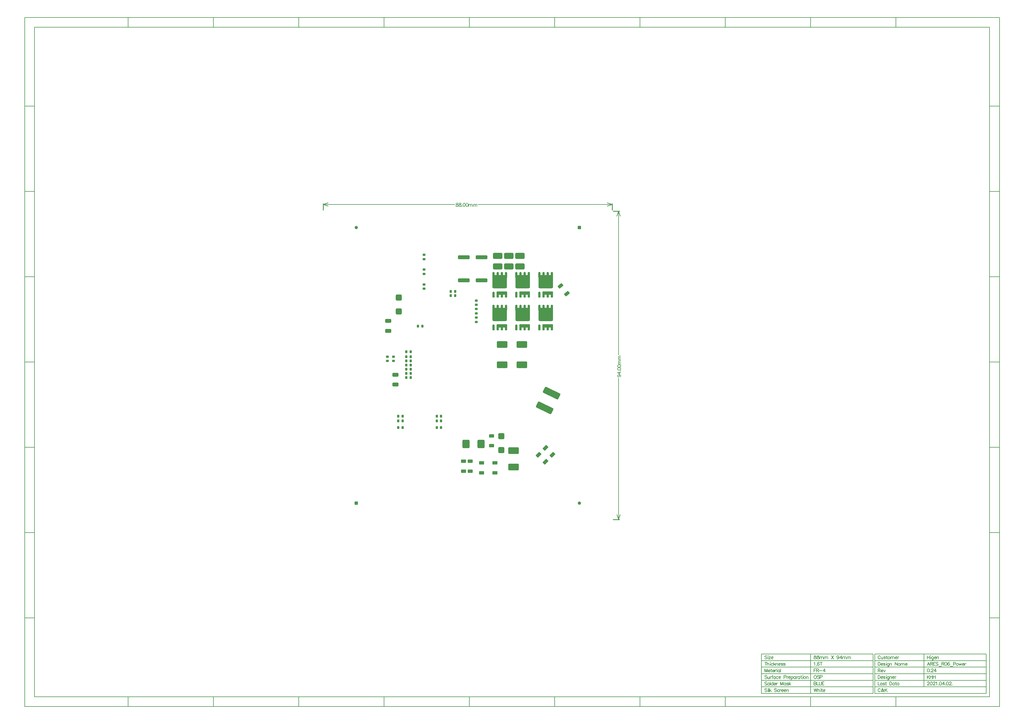
<source format=gbp>
G04 Layer_Color=128*
%FSLAX44Y44*%
%MOMM*%
G71*
G01*
G75*
G04:AMPARAMS|DCode=18|XSize=0.8mm|YSize=0.7mm|CornerRadius=0.0875mm|HoleSize=0mm|Usage=FLASHONLY|Rotation=0.000|XOffset=0mm|YOffset=0mm|HoleType=Round|Shape=RoundedRectangle|*
%AMROUNDEDRECTD18*
21,1,0.8000,0.5250,0,0,0.0*
21,1,0.6250,0.7000,0,0,0.0*
1,1,0.1750,0.3125,-0.2625*
1,1,0.1750,-0.3125,-0.2625*
1,1,0.1750,-0.3125,0.2625*
1,1,0.1750,0.3125,0.2625*
%
%ADD18ROUNDEDRECTD18*%
G04:AMPARAMS|DCode=26|XSize=1.8mm|YSize=1.15mm|CornerRadius=0.1437mm|HoleSize=0mm|Usage=FLASHONLY|Rotation=180.000|XOffset=0mm|YOffset=0mm|HoleType=Round|Shape=RoundedRectangle|*
%AMROUNDEDRECTD26*
21,1,1.8000,0.8625,0,0,180.0*
21,1,1.5125,1.1500,0,0,180.0*
1,1,0.2875,-0.7562,0.4313*
1,1,0.2875,0.7562,0.4313*
1,1,0.2875,0.7562,-0.4313*
1,1,0.2875,-0.7562,-0.4313*
%
%ADD26ROUNDEDRECTD26*%
G04:AMPARAMS|DCode=27|XSize=1.8mm|YSize=2.8mm|CornerRadius=0.225mm|HoleSize=0mm|Usage=FLASHONLY|Rotation=90.000|XOffset=0mm|YOffset=0mm|HoleType=Round|Shape=RoundedRectangle|*
%AMROUNDEDRECTD27*
21,1,1.8000,2.3500,0,0,90.0*
21,1,1.3500,2.8000,0,0,90.0*
1,1,0.4500,1.1750,0.6750*
1,1,0.4500,1.1750,-0.6750*
1,1,0.4500,-1.1750,-0.6750*
1,1,0.4500,-1.1750,0.6750*
%
%ADD27ROUNDEDRECTD27*%
%ADD35C,1.0000*%
G04:AMPARAMS|DCode=36|XSize=1mm|YSize=1mm|CornerRadius=0.05mm|HoleSize=0mm|Usage=FLASHONLY|Rotation=180.000|XOffset=0mm|YOffset=0mm|HoleType=Round|Shape=RoundedRectangle|*
%AMROUNDEDRECTD36*
21,1,1.0000,0.9000,0,0,180.0*
21,1,0.9000,1.0000,0,0,180.0*
1,1,0.1000,-0.4500,0.4500*
1,1,0.1000,0.4500,0.4500*
1,1,0.1000,0.4500,-0.4500*
1,1,0.1000,-0.4500,-0.4500*
%
%ADD36ROUNDEDRECTD36*%
G04:AMPARAMS|DCode=37|XSize=1.6mm|YSize=1mm|CornerRadius=0.125mm|HoleSize=0mm|Usage=FLASHONLY|Rotation=220.000|XOffset=0mm|YOffset=0mm|HoleType=Round|Shape=RoundedRectangle|*
%AMROUNDEDRECTD37*
21,1,1.6000,0.7500,0,0,220.0*
21,1,1.3500,1.0000,0,0,220.0*
1,1,0.2500,-0.7581,-0.1466*
1,1,0.2500,0.2760,0.7211*
1,1,0.2500,0.7581,0.1466*
1,1,0.2500,-0.2760,-0.7211*
%
%ADD37ROUNDEDRECTD37*%
G04:AMPARAMS|DCode=40|XSize=0.8mm|YSize=0.7mm|CornerRadius=0.0875mm|HoleSize=0mm|Usage=FLASHONLY|Rotation=270.000|XOffset=0mm|YOffset=0mm|HoleType=Round|Shape=RoundedRectangle|*
%AMROUNDEDRECTD40*
21,1,0.8000,0.5250,0,0,270.0*
21,1,0.6250,0.7000,0,0,270.0*
1,1,0.1750,-0.2625,-0.3125*
1,1,0.1750,-0.2625,0.3125*
1,1,0.1750,0.2625,0.3125*
1,1,0.1750,0.2625,-0.3125*
%
%ADD40ROUNDEDRECTD40*%
%ADD53C,0.2540*%
%ADD54C,0.1270*%
%ADD55C,0.1500*%
G04:AMPARAMS|DCode=64|XSize=1.6mm|YSize=1mm|CornerRadius=0.125mm|HoleSize=0mm|Usage=FLASHONLY|Rotation=180.000|XOffset=0mm|YOffset=0mm|HoleType=Round|Shape=RoundedRectangle|*
%AMROUNDEDRECTD64*
21,1,1.6000,0.7500,0,0,180.0*
21,1,1.3500,1.0000,0,0,180.0*
1,1,0.2500,-0.6750,0.3750*
1,1,0.2500,0.6750,0.3750*
1,1,0.2500,0.6750,-0.3750*
1,1,0.2500,-0.6750,-0.3750*
%
%ADD64ROUNDEDRECTD64*%
G04:AMPARAMS|DCode=65|XSize=3.5mm|YSize=1.2mm|CornerRadius=0.15mm|HoleSize=0mm|Usage=FLASHONLY|Rotation=180.000|XOffset=0mm|YOffset=0mm|HoleType=Round|Shape=RoundedRectangle|*
%AMROUNDEDRECTD65*
21,1,3.5000,0.9000,0,0,180.0*
21,1,3.2000,1.2000,0,0,180.0*
1,1,0.3000,-1.6000,0.4500*
1,1,0.3000,1.6000,0.4500*
1,1,0.3000,1.6000,-0.4500*
1,1,0.3000,-1.6000,-0.4500*
%
%ADD65ROUNDEDRECTD65*%
G04:AMPARAMS|DCode=66|XSize=2mm|YSize=3.2mm|CornerRadius=0.25mm|HoleSize=0mm|Usage=FLASHONLY|Rotation=90.000|XOffset=0mm|YOffset=0mm|HoleType=Round|Shape=RoundedRectangle|*
%AMROUNDEDRECTD66*
21,1,2.0000,2.7000,0,0,90.0*
21,1,1.5000,3.2000,0,0,90.0*
1,1,0.5000,1.3500,0.7500*
1,1,0.5000,1.3500,-0.7500*
1,1,0.5000,-1.3500,-0.7500*
1,1,0.5000,-1.3500,0.7500*
%
%ADD66ROUNDEDRECTD66*%
G04:AMPARAMS|DCode=67|XSize=2mm|YSize=5.2mm|CornerRadius=0.3mm|HoleSize=0mm|Usage=FLASHONLY|Rotation=244.000|XOffset=0mm|YOffset=0mm|HoleType=Round|Shape=RoundedRectangle|*
%AMROUNDEDRECTD67*
21,1,2.0000,4.6000,0,0,244.0*
21,1,1.4000,5.2000,0,0,244.0*
1,1,0.6000,-2.3741,0.3791*
1,1,0.6000,-1.7604,1.6374*
1,1,0.6000,2.3741,-0.3791*
1,1,0.6000,1.7604,-1.6374*
%
%ADD67ROUNDEDRECTD67*%
G04:AMPARAMS|DCode=68|XSize=2.159mm|YSize=2.54mm|CornerRadius=0.2699mm|HoleSize=0mm|Usage=FLASHONLY|Rotation=0.000|XOffset=0mm|YOffset=0mm|HoleType=Round|Shape=RoundedRectangle|*
%AMROUNDEDRECTD68*
21,1,2.1590,2.0002,0,0,0.0*
21,1,1.6193,2.5400,0,0,0.0*
1,1,0.5397,0.8096,-1.0001*
1,1,0.5397,-0.8096,-1.0001*
1,1,0.5397,-0.8096,1.0001*
1,1,0.5397,0.8096,1.0001*
%
%ADD68ROUNDEDRECTD68*%
G04:AMPARAMS|DCode=69|XSize=1.8mm|YSize=1.8mm|CornerRadius=0.225mm|HoleSize=0mm|Usage=FLASHONLY|Rotation=270.000|XOffset=0mm|YOffset=0mm|HoleType=Round|Shape=RoundedRectangle|*
%AMROUNDEDRECTD69*
21,1,1.8000,1.3500,0,0,270.0*
21,1,1.3500,1.8000,0,0,270.0*
1,1,0.4500,-0.6750,-0.6750*
1,1,0.4500,-0.6750,0.6750*
1,1,0.4500,0.6750,0.6750*
1,1,0.4500,0.6750,-0.6750*
%
%ADD69ROUNDEDRECTD69*%
G04:AMPARAMS|DCode=70|XSize=3.175mm|YSize=1mm|CornerRadius=0.1mm|HoleSize=0mm|Usage=FLASHONLY|Rotation=180.000|XOffset=0mm|YOffset=0mm|HoleType=Round|Shape=RoundedRectangle|*
%AMROUNDEDRECTD70*
21,1,3.1750,0.8000,0,0,180.0*
21,1,2.9750,1.0000,0,0,180.0*
1,1,0.2000,-1.4875,0.4000*
1,1,0.2000,1.4875,0.4000*
1,1,0.2000,1.4875,-0.4000*
1,1,0.2000,-1.4875,-0.4000*
%
%ADD70ROUNDEDRECTD70*%
G04:AMPARAMS|DCode=71|XSize=4.445mm|YSize=4mm|CornerRadius=0.4mm|HoleSize=0mm|Usage=FLASHONLY|Rotation=180.000|XOffset=0mm|YOffset=0mm|HoleType=Round|Shape=RoundedRectangle|*
%AMROUNDEDRECTD71*
21,1,4.4450,3.2000,0,0,180.0*
21,1,3.6450,4.0000,0,0,180.0*
1,1,0.8000,-1.8225,1.6000*
1,1,0.8000,1.8225,1.6000*
1,1,0.8000,1.8225,-1.6000*
1,1,0.8000,-1.8225,-1.6000*
%
%ADD71ROUNDEDRECTD71*%
G04:AMPARAMS|DCode=72|XSize=0.635mm|YSize=1.778mm|CornerRadius=0.1588mm|HoleSize=0mm|Usage=FLASHONLY|Rotation=180.000|XOffset=0mm|YOffset=0mm|HoleType=Round|Shape=RoundedRectangle|*
%AMROUNDEDRECTD72*
21,1,0.6350,1.4605,0,0,180.0*
21,1,0.3175,1.7780,0,0,180.0*
1,1,0.3175,-0.1588,0.7302*
1,1,0.3175,0.1588,0.7302*
1,1,0.3175,0.1588,-0.7302*
1,1,0.3175,-0.1588,-0.7302*
%
%ADD72ROUNDEDRECTD72*%
G04:AMPARAMS|DCode=73|XSize=1.6mm|YSize=1mm|CornerRadius=0.125mm|HoleSize=0mm|Usage=FLASHONLY|Rotation=45.000|XOffset=0mm|YOffset=0mm|HoleType=Round|Shape=RoundedRectangle|*
%AMROUNDEDRECTD73*
21,1,1.6000,0.7500,0,0,45.0*
21,1,1.3500,1.0000,0,0,45.0*
1,1,0.2500,0.7425,0.2121*
1,1,0.2500,-0.2121,-0.7425*
1,1,0.2500,-0.7425,-0.2121*
1,1,0.2500,0.2121,0.7425*
%
%ADD73ROUNDEDRECTD73*%
G04:AMPARAMS|DCode=74|XSize=2mm|YSize=3.15mm|CornerRadius=0.2mm|HoleSize=0mm|Usage=FLASHONLY|Rotation=90.000|XOffset=0mm|YOffset=0mm|HoleType=Round|Shape=RoundedRectangle|*
%AMROUNDEDRECTD74*
21,1,2.0000,2.7500,0,0,90.0*
21,1,1.6000,3.1500,0,0,90.0*
1,1,0.4000,1.3750,0.8000*
1,1,0.4000,1.3750,-0.8000*
1,1,0.4000,-1.3750,-0.8000*
1,1,0.4000,-1.3750,0.8000*
%
%ADD74ROUNDEDRECTD74*%
D18*
X-245000Y26050D02*
D03*
Y13050D02*
D03*
X-133000Y246500D02*
D03*
Y233500D02*
D03*
Y336500D02*
D03*
Y323500D02*
D03*
Y291500D02*
D03*
Y278500D02*
D03*
X-226250Y26000D02*
D03*
Y13000D02*
D03*
X26000Y197250D02*
D03*
Y184250D02*
D03*
Y158250D02*
D03*
Y171250D02*
D03*
Y145250D02*
D03*
Y132250D02*
D03*
D26*
X-242500Y105000D02*
D03*
Y135000D02*
D03*
X-220000Y-28750D02*
D03*
Y-58750D02*
D03*
D27*
X125000Y333500D02*
D03*
Y301500D02*
D03*
X91250Y333500D02*
D03*
Y301500D02*
D03*
X158750Y333500D02*
D03*
Y301500D02*
D03*
D35*
X340000Y-420000D02*
D03*
X-340000Y420000D02*
D03*
D36*
Y-420000D02*
D03*
X340000Y420000D02*
D03*
D37*
X282858Y241491D02*
D03*
X302141Y218510D02*
D03*
D40*
X-81000Y-170000D02*
D03*
X-94000D02*
D03*
Y-155000D02*
D03*
X-81000D02*
D03*
Y-190000D02*
D03*
X-94000D02*
D03*
X-198500D02*
D03*
X-211500D02*
D03*
Y-155000D02*
D03*
X-198500D02*
D03*
Y-170000D02*
D03*
X-211500D02*
D03*
X-187000Y41000D02*
D03*
X-174000D02*
D03*
X-187000Y25800D02*
D03*
X-174000D02*
D03*
Y13100D02*
D03*
X-187000D02*
D03*
X-187000Y400D02*
D03*
X-174000D02*
D03*
X-187000Y-12300D02*
D03*
X-174000D02*
D03*
X-187000Y-25000D02*
D03*
X-174000D02*
D03*
X-187000Y-37700D02*
D03*
X-174000D02*
D03*
X-138500Y118750D02*
D03*
X-151500D02*
D03*
X-38501Y212500D02*
D03*
X-51501D02*
D03*
X-51500Y225000D02*
D03*
X-38500D02*
D03*
D53*
X443040Y-470000D02*
X462540D01*
X443040Y470000D02*
X462540D01*
X440000Y473040D02*
Y492540D01*
X-440000Y473040D02*
Y492540D01*
D54*
X460000Y-470000D02*
Y-39545D01*
Y31925D02*
Y470000D01*
Y-470000D02*
X465080Y-454760D01*
X454920D02*
X460000Y-470000D01*
X454920Y454760D02*
X460000Y470000D01*
X465080Y454760D01*
X31925Y490000D02*
X440000D01*
X-440000D02*
X-39545D01*
X424760Y495080D02*
X440000Y490000D01*
X424760Y484920D02*
X440000Y490000D01*
X-440000D02*
X-424760Y484920D01*
X-440000Y490000D02*
X-424760Y495080D01*
X459577Y-29446D02*
X461028Y-29930D01*
X461996Y-30898D01*
X462479Y-32349D01*
Y-32832D01*
X461996Y-34283D01*
X461028Y-35251D01*
X459577Y-35735D01*
X459093D01*
X457642Y-35251D01*
X456675Y-34283D01*
X456191Y-32832D01*
Y-32349D01*
X456675Y-30898D01*
X457642Y-29930D01*
X459577Y-29446D01*
X461996D01*
X464414Y-29930D01*
X465865Y-30898D01*
X466349Y-32349D01*
Y-33316D01*
X465865Y-34767D01*
X464898Y-35251D01*
X456191Y-21852D02*
X462963Y-26689D01*
Y-19434D01*
X456191Y-21852D02*
X466349D01*
X465382Y-17160D02*
X465865Y-17644D01*
X466349Y-17160D01*
X465865Y-16677D01*
X465382Y-17160D01*
X456191Y-11549D02*
X456675Y-13000D01*
X458126Y-13968D01*
X460544Y-14452D01*
X461996D01*
X464414Y-13968D01*
X465865Y-13000D01*
X466349Y-11549D01*
Y-10582D01*
X465865Y-9131D01*
X464414Y-8163D01*
X461996Y-7680D01*
X460544D01*
X458126Y-8163D01*
X456675Y-9131D01*
X456191Y-10582D01*
Y-11549D01*
Y-2504D02*
X456675Y-3955D01*
X458126Y-4922D01*
X460544Y-5406D01*
X461996D01*
X464414Y-4922D01*
X465865Y-3955D01*
X466349Y-2504D01*
Y-1537D01*
X465865Y-86D01*
X464414Y882D01*
X461996Y1366D01*
X460544D01*
X458126Y882D01*
X456675Y-86D01*
X456191Y-1537D01*
Y-2504D01*
X459577Y3639D02*
X466349D01*
X461512D02*
X460061Y5090D01*
X459577Y6058D01*
Y7509D01*
X460061Y8476D01*
X461512Y8960D01*
X466349D01*
X461512D02*
X460061Y10411D01*
X459577Y11378D01*
Y12830D01*
X460061Y13797D01*
X461512Y14281D01*
X466349D01*
X459577Y17473D02*
X466349D01*
X461512D02*
X460061Y18924D01*
X459577Y19892D01*
Y21343D01*
X460061Y22310D01*
X461512Y22794D01*
X466349D01*
X461512D02*
X460061Y24245D01*
X459577Y25212D01*
Y26663D01*
X460061Y27631D01*
X461512Y28115D01*
X466349D01*
X-33316Y493809D02*
X-34767Y493325D01*
X-35251Y492358D01*
Y491390D01*
X-34767Y490423D01*
X-33800Y489939D01*
X-31865Y489456D01*
X-30414Y488972D01*
X-29446Y488004D01*
X-28963Y487037D01*
Y485586D01*
X-29446Y484618D01*
X-29930Y484135D01*
X-31381Y483651D01*
X-33316D01*
X-34767Y484135D01*
X-35251Y484618D01*
X-35735Y485586D01*
Y487037D01*
X-35251Y488004D01*
X-34283Y488972D01*
X-32832Y489456D01*
X-30898Y489939D01*
X-29930Y490423D01*
X-29446Y491390D01*
Y492358D01*
X-29930Y493325D01*
X-31381Y493809D01*
X-33316D01*
X-24271D02*
X-25722Y493325D01*
X-26206Y492358D01*
Y491390D01*
X-25722Y490423D01*
X-24755Y489939D01*
X-22820Y489456D01*
X-21369Y488972D01*
X-20401Y488004D01*
X-19917Y487037D01*
Y485586D01*
X-20401Y484618D01*
X-20885Y484135D01*
X-22336Y483651D01*
X-24271D01*
X-25722Y484135D01*
X-26206Y484618D01*
X-26689Y485586D01*
Y487037D01*
X-26206Y488004D01*
X-25238Y488972D01*
X-23787Y489456D01*
X-21852Y489939D01*
X-20885Y490423D01*
X-20401Y491390D01*
Y492358D01*
X-20885Y493325D01*
X-22336Y493809D01*
X-24271D01*
X-17160Y484618D02*
X-17644Y484135D01*
X-17160Y483651D01*
X-16677Y484135D01*
X-17160Y484618D01*
X-11549Y493809D02*
X-13000Y493325D01*
X-13968Y491874D01*
X-14452Y489456D01*
Y488004D01*
X-13968Y485586D01*
X-13000Y484135D01*
X-11549Y483651D01*
X-10582D01*
X-9131Y484135D01*
X-8163Y485586D01*
X-7680Y488004D01*
Y489456D01*
X-8163Y491874D01*
X-9131Y493325D01*
X-10582Y493809D01*
X-11549D01*
X-2504D02*
X-3955Y493325D01*
X-4922Y491874D01*
X-5406Y489456D01*
Y488004D01*
X-4922Y485586D01*
X-3955Y484135D01*
X-2504Y483651D01*
X-1537D01*
X-86Y484135D01*
X882Y485586D01*
X1366Y488004D01*
Y489456D01*
X882Y491874D01*
X-86Y493325D01*
X-1537Y493809D01*
X-2504D01*
X3639Y490423D02*
Y483651D01*
Y488488D02*
X5090Y489939D01*
X6058Y490423D01*
X7509D01*
X8476Y489939D01*
X8960Y488488D01*
Y483651D01*
Y488488D02*
X10411Y489939D01*
X11378Y490423D01*
X12830D01*
X13797Y489939D01*
X14281Y488488D01*
Y483651D01*
X17473Y490423D02*
Y483651D01*
Y488488D02*
X18924Y489939D01*
X19892Y490423D01*
X21343D01*
X22310Y489939D01*
X22794Y488488D01*
Y483651D01*
Y488488D02*
X24245Y489939D01*
X25212Y490423D01*
X26663D01*
X27631Y489939D01*
X28115Y488488D01*
Y483651D01*
D55*
X-1320000Y-1010000D02*
Y1030000D01*
X1590000D01*
Y-1010000D02*
Y1030000D01*
X-1320000Y-1010000D02*
X1590000D01*
X-1350000Y-1040000D02*
X1620000D01*
X-1350000Y1060000D02*
X1620000D01*
X-1350000Y-1040000D02*
Y1060000D01*
Y530000D02*
X-1320000D01*
X-1350000Y530000D02*
X-1320000D01*
X-1350000Y790000D02*
X-1320000D01*
X-1350000D02*
X-1320000D01*
X5000Y-1040000D02*
Y-1010000D01*
X5000Y-1040000D02*
Y-1010000D01*
X-775000Y1030000D02*
Y1060000D01*
X-515000Y1030000D02*
Y1060000D01*
X-775000Y1030000D02*
Y1060000D01*
X-1035000Y1030000D02*
Y1060000D01*
X-1035000Y1030000D02*
Y1060000D01*
X5000Y1030000D02*
Y1060000D01*
X5000Y1030000D02*
Y1060000D01*
X-255000Y1030000D02*
Y1060000D01*
Y1030000D02*
Y1060000D01*
X-515000Y1030000D02*
Y1060000D01*
X1620000Y-1040000D02*
Y1060000D01*
X1590000Y790000D02*
X1620000D01*
X1590000D02*
X1620000D01*
X1590000Y530000D02*
X1620000D01*
X1590000Y530000D02*
X1620000D01*
X1590000Y270000D02*
X1620000D01*
X1590000D02*
X1620000D01*
X1590000Y10000D02*
X1620000D01*
X1590000D02*
X1620000D01*
X1590000Y-250000D02*
X1620000D01*
X1590000D02*
X1620000D01*
X1590000Y-510000D02*
X1620000D01*
X1590000Y-510000D02*
X1620000D01*
X1590000Y-770000D02*
X1620000D01*
X1590000D02*
X1620000D01*
X265000Y-1040000D02*
Y-1010000D01*
Y-1040000D02*
Y-1010000D01*
X525000Y-1040000D02*
Y-1010000D01*
Y-1040000D02*
Y-1010000D01*
X785000Y-1040000D02*
Y-1010000D01*
Y-1040000D02*
Y-1010000D01*
X1045000Y-1040000D02*
Y-1010000D01*
X1045000Y-1040000D02*
Y-1010000D01*
X1305000Y-1040000D02*
Y-1010000D01*
Y-1040000D02*
Y-1010000D01*
Y1030000D02*
Y1060000D01*
Y1030000D02*
Y1060000D01*
X1045000Y1030000D02*
Y1060000D01*
X1045000Y1030000D02*
Y1060000D01*
X785000Y1030000D02*
Y1060000D01*
Y1030000D02*
Y1060000D01*
X525000Y1030000D02*
Y1060000D01*
Y1030000D02*
Y1060000D01*
X265000Y1030000D02*
Y1060000D01*
Y1030000D02*
Y1060000D01*
X1240000Y-900000D02*
X1580000D01*
X1240000Y-920000D02*
X1580000D01*
X1240000Y-940000D02*
X1580000D01*
X1240000Y-960000D02*
X1580000D01*
X1240000Y-980000D02*
X1580000D01*
X1240000Y-1000000D02*
X1580000D01*
X1390000Y-980000D02*
Y-880000D01*
X1580000Y-1000000D02*
Y-880000D01*
X1240000D02*
X1580000D01*
X1240000Y-1000000D02*
Y-880000D01*
X-1350000Y-770000D02*
X-1320000D01*
X-1350000D02*
X-1320000D01*
X-1350000Y-510000D02*
X-1320000D01*
X-1350000Y-510000D02*
X-1320000D01*
X-1350000Y-250000D02*
X-1320000D01*
X-1350000D02*
X-1320000D01*
X-1350000Y10000D02*
X-1320000D01*
X-1350000D02*
X-1320000D01*
X-1350000Y270000D02*
X-1320000D01*
X-1350000D02*
X-1320000D01*
X-515000Y-1040000D02*
Y-1010000D01*
X-255000Y-1040000D02*
Y-1010000D01*
Y-1040000D02*
Y-1010000D01*
X-1035000Y-1040000D02*
Y-1010000D01*
X-1035000Y-1040000D02*
Y-1010000D01*
X-775000Y-1040000D02*
Y-1010000D01*
X-515000Y-1040000D02*
Y-1010000D01*
X-775000Y-1040000D02*
Y-1010000D01*
X895000Y-900000D02*
X1235000D01*
X895000Y-920000D02*
X1235000D01*
X895000Y-940000D02*
X1235000D01*
X895000Y-960000D02*
X1235000D01*
X895000Y-980000D02*
X1235000D01*
X895000Y-1000000D02*
X1235000D01*
X1045000D02*
Y-880000D01*
X1235000Y-1000000D02*
Y-880000D01*
X895000D02*
X1235000D01*
X895000Y-1000000D02*
Y-880000D01*
X1257141Y-987383D02*
X1256665Y-986430D01*
X1255713Y-985478D01*
X1254761Y-985002D01*
X1252857D01*
X1251904Y-985478D01*
X1250952Y-986430D01*
X1250476Y-987383D01*
X1250000Y-988811D01*
Y-991191D01*
X1250476Y-992619D01*
X1250952Y-993572D01*
X1251904Y-994524D01*
X1252857Y-995000D01*
X1254761D01*
X1255713Y-994524D01*
X1256665Y-993572D01*
X1257141Y-992619D01*
X1268520Y-988811D02*
X1268044Y-989287D01*
X1268520Y-989763D01*
X1268996Y-989287D01*
Y-988811D01*
X1268520Y-988335D01*
X1268044D01*
X1267568Y-988811D01*
X1267092Y-989763D01*
X1266139Y-992143D01*
X1265187Y-993572D01*
X1264235Y-994524D01*
X1263283Y-995000D01*
X1261855D01*
X1260426Y-994524D01*
X1259950Y-993572D01*
Y-992143D01*
X1260426Y-991191D01*
X1263283Y-989287D01*
X1264235Y-988335D01*
X1264711Y-987383D01*
Y-986430D01*
X1264235Y-985478D01*
X1263283Y-985002D01*
X1262331Y-985478D01*
X1261855Y-986430D01*
Y-987383D01*
X1262331Y-988811D01*
X1263283Y-990239D01*
X1265663Y-993572D01*
X1266616Y-994524D01*
X1268044Y-995000D01*
X1268520D01*
X1268996Y-994524D01*
Y-994048D01*
X1261855Y-995000D02*
X1260902Y-994524D01*
X1260426Y-993572D01*
Y-992143D01*
X1260902Y-991191D01*
X1261855Y-990239D01*
Y-987383D02*
X1262331Y-988335D01*
X1266139Y-993572D01*
X1267092Y-994524D01*
X1268044Y-995000D01*
X1271472Y-985002D02*
Y-995000D01*
X1278137Y-985002D02*
X1271472Y-991667D01*
X1273852Y-989287D02*
X1278137Y-995000D01*
X1400476Y-967383D02*
Y-966907D01*
X1400952Y-965954D01*
X1401428Y-965478D01*
X1402380Y-965002D01*
X1404285D01*
X1405237Y-965478D01*
X1405713Y-965954D01*
X1406189Y-966907D01*
Y-967859D01*
X1405713Y-968811D01*
X1404761Y-970239D01*
X1400000Y-975000D01*
X1406665D01*
X1411759Y-965002D02*
X1410331Y-965478D01*
X1409379Y-966907D01*
X1408903Y-969287D01*
Y-970715D01*
X1409379Y-973096D01*
X1410331Y-974524D01*
X1411759Y-975000D01*
X1412712D01*
X1414140Y-974524D01*
X1415092Y-973096D01*
X1415568Y-970715D01*
Y-969287D01*
X1415092Y-966907D01*
X1414140Y-965478D01*
X1412712Y-965002D01*
X1411759D01*
X1418282Y-967383D02*
Y-966907D01*
X1418758Y-965954D01*
X1419234Y-965478D01*
X1420186Y-965002D01*
X1422090D01*
X1423043Y-965478D01*
X1423519Y-965954D01*
X1423995Y-966907D01*
Y-967859D01*
X1423519Y-968811D01*
X1422567Y-970239D01*
X1417806Y-975000D01*
X1424471D01*
X1426709Y-966907D02*
X1427661Y-966430D01*
X1429089Y-965002D01*
Y-975000D01*
X1434516Y-974048D02*
X1434040Y-974524D01*
X1434516Y-975000D01*
X1434993Y-974524D01*
X1434516Y-974048D01*
X1440039Y-965002D02*
X1438611Y-965478D01*
X1437659Y-966907D01*
X1437182Y-969287D01*
Y-970715D01*
X1437659Y-973096D01*
X1438611Y-974524D01*
X1440039Y-975000D01*
X1440991D01*
X1442419Y-974524D01*
X1443372Y-973096D01*
X1443848Y-970715D01*
Y-969287D01*
X1443372Y-966907D01*
X1442419Y-965478D01*
X1440991Y-965002D01*
X1440039D01*
X1450846D02*
X1446085Y-971667D01*
X1453227D01*
X1450846Y-965002D02*
Y-975000D01*
X1455464Y-974048D02*
X1454988Y-974524D01*
X1455464Y-975000D01*
X1455940Y-974524D01*
X1455464Y-974048D01*
X1460987Y-965002D02*
X1459559Y-965478D01*
X1458607Y-966907D01*
X1458130Y-969287D01*
Y-970715D01*
X1458607Y-973096D01*
X1459559Y-974524D01*
X1460987Y-975000D01*
X1461939D01*
X1463367Y-974524D01*
X1464319Y-973096D01*
X1464796Y-970715D01*
Y-969287D01*
X1464319Y-966907D01*
X1463367Y-965478D01*
X1461939Y-965002D01*
X1460987D01*
X1467509Y-967383D02*
Y-966907D01*
X1467985Y-965954D01*
X1468461Y-965478D01*
X1469414Y-965002D01*
X1471318D01*
X1472270Y-965478D01*
X1472746Y-965954D01*
X1473222Y-966907D01*
Y-967859D01*
X1472746Y-968811D01*
X1471794Y-970239D01*
X1467033Y-975000D01*
X1473698D01*
X1476412Y-974048D02*
X1475936Y-974524D01*
X1476412Y-975000D01*
X1476888Y-974524D01*
X1476412Y-974048D01*
X1400000Y-945002D02*
Y-955000D01*
X1406665Y-945002D02*
X1400000Y-951667D01*
X1402380Y-949287D02*
X1406665Y-955000D01*
X1408903Y-945002D02*
Y-955000D01*
X1415568Y-945002D02*
Y-955000D01*
X1408903Y-949763D02*
X1415568D01*
X1418329Y-945002D02*
Y-955000D01*
X1424995Y-945002D02*
Y-955000D01*
X1418329Y-949763D02*
X1424995D01*
X1402856Y-925002D02*
X1401428Y-925478D01*
X1400476Y-926907D01*
X1400000Y-929287D01*
Y-930715D01*
X1400476Y-933096D01*
X1401428Y-934524D01*
X1402856Y-935000D01*
X1403809D01*
X1405237Y-934524D01*
X1406189Y-933096D01*
X1406665Y-930715D01*
Y-929287D01*
X1406189Y-926907D01*
X1405237Y-925478D01*
X1403809Y-925002D01*
X1402856D01*
X1409379Y-934048D02*
X1408903Y-934524D01*
X1409379Y-935000D01*
X1409855Y-934524D01*
X1409379Y-934048D01*
X1412521Y-927383D02*
Y-926907D01*
X1412997Y-925954D01*
X1413473Y-925478D01*
X1414426Y-925002D01*
X1416330D01*
X1417282Y-925478D01*
X1417758Y-925954D01*
X1418234Y-926907D01*
Y-927859D01*
X1417758Y-928811D01*
X1416806Y-930239D01*
X1412045Y-935000D01*
X1418710D01*
X1425709Y-925002D02*
X1420948Y-931667D01*
X1428089D01*
X1425709Y-925002D02*
Y-935000D01*
X1407617Y-915000D02*
X1403809Y-905002D01*
X1400000Y-915000D01*
X1401428Y-911667D02*
X1406189D01*
X1409950Y-905002D02*
Y-915000D01*
Y-905002D02*
X1414235D01*
X1415663Y-905478D01*
X1416139Y-905954D01*
X1416615Y-906907D01*
Y-907859D01*
X1416139Y-908811D01*
X1415663Y-909287D01*
X1414235Y-909763D01*
X1409950D01*
X1413283D02*
X1416615Y-915000D01*
X1425042Y-905002D02*
X1418853D01*
Y-915000D01*
X1425042D01*
X1418853Y-909763D02*
X1422662D01*
X1433374Y-906430D02*
X1432422Y-905478D01*
X1430993Y-905002D01*
X1429089D01*
X1427661Y-905478D01*
X1426709Y-906430D01*
Y-907383D01*
X1427185Y-908335D01*
X1427661Y-908811D01*
X1428613Y-909287D01*
X1431470Y-910239D01*
X1432422Y-910715D01*
X1432898Y-911191D01*
X1433374Y-912143D01*
Y-913572D01*
X1432422Y-914524D01*
X1430993Y-915000D01*
X1429089D01*
X1427661Y-914524D01*
X1426709Y-913572D01*
X1435611Y-918333D02*
X1443229D01*
X1444514Y-905002D02*
Y-915000D01*
Y-905002D02*
X1448799D01*
X1450227Y-905478D01*
X1450703Y-905954D01*
X1451180Y-906907D01*
Y-907859D01*
X1450703Y-908811D01*
X1450227Y-909287D01*
X1448799Y-909763D01*
X1444514D01*
X1447847D02*
X1451180Y-915000D01*
X1456274Y-905002D02*
X1454845Y-905478D01*
X1453893Y-906907D01*
X1453417Y-909287D01*
Y-910715D01*
X1453893Y-913096D01*
X1454845Y-914524D01*
X1456274Y-915000D01*
X1457226D01*
X1458654Y-914524D01*
X1459606Y-913096D01*
X1460082Y-910715D01*
Y-909287D01*
X1459606Y-906907D01*
X1458654Y-905478D01*
X1457226Y-905002D01*
X1456274D01*
X1468033Y-906430D02*
X1467557Y-905478D01*
X1466129Y-905002D01*
X1465177D01*
X1463748Y-905478D01*
X1462796Y-906907D01*
X1462320Y-909287D01*
Y-911667D01*
X1462796Y-913572D01*
X1463748Y-914524D01*
X1465177Y-915000D01*
X1465653D01*
X1467081Y-914524D01*
X1468033Y-913572D01*
X1468509Y-912143D01*
Y-911667D01*
X1468033Y-910239D01*
X1467081Y-909287D01*
X1465653Y-908811D01*
X1465177D01*
X1463748Y-909287D01*
X1462796Y-910239D01*
X1462320Y-911667D01*
X1470699Y-918333D02*
X1478316D01*
X1479602Y-910239D02*
X1483887D01*
X1485315Y-909763D01*
X1485791Y-909287D01*
X1486267Y-908335D01*
Y-906907D01*
X1485791Y-905954D01*
X1485315Y-905478D01*
X1483887Y-905002D01*
X1479602D01*
Y-915000D01*
X1490885Y-908335D02*
X1489933Y-908811D01*
X1488981Y-909763D01*
X1488505Y-911191D01*
Y-912143D01*
X1488981Y-913572D01*
X1489933Y-914524D01*
X1490885Y-915000D01*
X1492314D01*
X1493266Y-914524D01*
X1494218Y-913572D01*
X1494694Y-912143D01*
Y-911191D01*
X1494218Y-909763D01*
X1493266Y-908811D01*
X1492314Y-908335D01*
X1490885D01*
X1496884D02*
X1498788Y-915000D01*
X1500693Y-908335D02*
X1498788Y-915000D01*
X1500693Y-908335D02*
X1502597Y-915000D01*
X1504501Y-908335D02*
X1502597Y-915000D01*
X1506834Y-911191D02*
X1512547D01*
Y-910239D01*
X1512071Y-909287D01*
X1511595Y-908811D01*
X1510643Y-908335D01*
X1509215D01*
X1508262Y-908811D01*
X1507310Y-909763D01*
X1506834Y-911191D01*
Y-912143D01*
X1507310Y-913572D01*
X1508262Y-914524D01*
X1509215Y-915000D01*
X1510643D01*
X1511595Y-914524D01*
X1512547Y-913572D01*
X1514690Y-908335D02*
Y-915000D01*
Y-911191D02*
X1515166Y-909763D01*
X1516118Y-908811D01*
X1517070Y-908335D01*
X1518498D01*
X1400000Y-885002D02*
Y-895000D01*
X1406665Y-885002D02*
Y-895000D01*
X1400000Y-889763D02*
X1406665D01*
X1410379Y-885002D02*
X1410855Y-885478D01*
X1411331Y-885002D01*
X1410855Y-884526D01*
X1410379Y-885002D01*
X1410855Y-888335D02*
Y-895000D01*
X1418806Y-888335D02*
Y-895952D01*
X1418329Y-897380D01*
X1417853Y-897857D01*
X1416901Y-898333D01*
X1415473D01*
X1414521Y-897857D01*
X1418806Y-889763D02*
X1417853Y-888811D01*
X1416901Y-888335D01*
X1415473D01*
X1414521Y-888811D01*
X1413569Y-889763D01*
X1413092Y-891191D01*
Y-892143D01*
X1413569Y-893572D01*
X1414521Y-894524D01*
X1415473Y-895000D01*
X1416901D01*
X1417853Y-894524D01*
X1418806Y-893572D01*
X1421472Y-891191D02*
X1427185D01*
Y-890239D01*
X1426709Y-889287D01*
X1426232Y-888811D01*
X1425280Y-888335D01*
X1423852D01*
X1422900Y-888811D01*
X1421948Y-889763D01*
X1421472Y-891191D01*
Y-892143D01*
X1421948Y-893572D01*
X1422900Y-894524D01*
X1423852Y-895000D01*
X1425280D01*
X1426232Y-894524D01*
X1427185Y-893572D01*
X1429327Y-888335D02*
Y-895000D01*
Y-890239D02*
X1430755Y-888811D01*
X1431707Y-888335D01*
X1433136D01*
X1434088Y-888811D01*
X1434564Y-890239D01*
Y-895000D01*
X1250000Y-965002D02*
Y-975000D01*
X1255713D01*
X1262521Y-968335D02*
Y-975000D01*
Y-969763D02*
X1261569Y-968811D01*
X1260617Y-968335D01*
X1259189D01*
X1258236Y-968811D01*
X1257284Y-969763D01*
X1256808Y-971191D01*
Y-972143D01*
X1257284Y-973572D01*
X1258236Y-974524D01*
X1259189Y-975000D01*
X1260617D01*
X1261569Y-974524D01*
X1262521Y-973572D01*
X1270424Y-969763D02*
X1269948Y-968811D01*
X1268520Y-968335D01*
X1267092D01*
X1265663Y-968811D01*
X1265187Y-969763D01*
X1265663Y-970715D01*
X1266616Y-971191D01*
X1268996Y-971667D01*
X1269948Y-972143D01*
X1270424Y-973096D01*
Y-973572D01*
X1269948Y-974524D01*
X1268520Y-975000D01*
X1267092D01*
X1265663Y-974524D01*
X1265187Y-973572D01*
X1273947Y-965002D02*
Y-973096D01*
X1274423Y-974524D01*
X1275376Y-975000D01*
X1276328D01*
X1272519Y-968335D02*
X1275852D01*
X1285611Y-965002D02*
Y-975000D01*
Y-965002D02*
X1288944D01*
X1290372Y-965478D01*
X1291324Y-966430D01*
X1291801Y-967383D01*
X1292277Y-968811D01*
Y-971191D01*
X1291801Y-972619D01*
X1291324Y-973572D01*
X1290372Y-974524D01*
X1288944Y-975000D01*
X1285611D01*
X1300227Y-968335D02*
Y-975000D01*
Y-969763D02*
X1299275Y-968811D01*
X1298323Y-968335D01*
X1296895D01*
X1295943Y-968811D01*
X1294990Y-969763D01*
X1294514Y-971191D01*
Y-972143D01*
X1294990Y-973572D01*
X1295943Y-974524D01*
X1296895Y-975000D01*
X1298323D01*
X1299275Y-974524D01*
X1300227Y-973572D01*
X1304322Y-965002D02*
Y-973096D01*
X1304798Y-974524D01*
X1305750Y-975000D01*
X1306702D01*
X1302893Y-968335D02*
X1306226D01*
X1313843D02*
Y-975000D01*
Y-969763D02*
X1312891Y-968811D01*
X1311939Y-968335D01*
X1310511D01*
X1309559Y-968811D01*
X1308607Y-969763D01*
X1308130Y-971191D01*
Y-972143D01*
X1308607Y-973572D01*
X1309559Y-974524D01*
X1310511Y-975000D01*
X1311939D01*
X1312891Y-974524D01*
X1313843Y-973572D01*
X1250000Y-945002D02*
Y-955000D01*
Y-945002D02*
X1253333D01*
X1254761Y-945478D01*
X1255713Y-946430D01*
X1256189Y-947383D01*
X1256665Y-948811D01*
Y-951191D01*
X1256189Y-952619D01*
X1255713Y-953572D01*
X1254761Y-954524D01*
X1253333Y-955000D01*
X1250000D01*
X1258903Y-951191D02*
X1264616D01*
Y-950239D01*
X1264140Y-949287D01*
X1263664Y-948811D01*
X1262711Y-948335D01*
X1261283D01*
X1260331Y-948811D01*
X1259379Y-949763D01*
X1258903Y-951191D01*
Y-952143D01*
X1259379Y-953572D01*
X1260331Y-954524D01*
X1261283Y-955000D01*
X1262711D01*
X1263664Y-954524D01*
X1264616Y-953572D01*
X1271995Y-949763D02*
X1271519Y-948811D01*
X1270091Y-948335D01*
X1268663D01*
X1267234Y-948811D01*
X1266758Y-949763D01*
X1267234Y-950715D01*
X1268187Y-951191D01*
X1270567Y-951667D01*
X1271519Y-952143D01*
X1271995Y-953096D01*
Y-953572D01*
X1271519Y-954524D01*
X1270091Y-955000D01*
X1268663D01*
X1267234Y-954524D01*
X1266758Y-953572D01*
X1275042Y-945002D02*
X1275518Y-945478D01*
X1275994Y-945002D01*
X1275518Y-944526D01*
X1275042Y-945002D01*
X1275518Y-948335D02*
Y-955000D01*
X1283469Y-948335D02*
Y-955952D01*
X1282993Y-957380D01*
X1282517Y-957857D01*
X1281565Y-958333D01*
X1280136D01*
X1279184Y-957857D01*
X1283469Y-949763D02*
X1282517Y-948811D01*
X1281565Y-948335D01*
X1280136D01*
X1279184Y-948811D01*
X1278232Y-949763D01*
X1277756Y-951191D01*
Y-952143D01*
X1278232Y-953572D01*
X1279184Y-954524D01*
X1280136Y-955000D01*
X1281565D01*
X1282517Y-954524D01*
X1283469Y-953572D01*
X1286135Y-948335D02*
Y-955000D01*
Y-950239D02*
X1287563Y-948811D01*
X1288515Y-948335D01*
X1289944D01*
X1290896Y-948811D01*
X1291372Y-950239D01*
Y-955000D01*
X1293991Y-951191D02*
X1299704D01*
Y-950239D01*
X1299227Y-949287D01*
X1298752Y-948811D01*
X1297799Y-948335D01*
X1296371D01*
X1295419Y-948811D01*
X1294467Y-949763D01*
X1293991Y-951191D01*
Y-952143D01*
X1294467Y-953572D01*
X1295419Y-954524D01*
X1296371Y-955000D01*
X1297799D01*
X1298752Y-954524D01*
X1299704Y-953572D01*
X1301846Y-948335D02*
Y-955000D01*
Y-951191D02*
X1302322Y-949763D01*
X1303274Y-948811D01*
X1304226Y-948335D01*
X1305655D01*
X1250000Y-925002D02*
Y-935000D01*
Y-925002D02*
X1254285D01*
X1255713Y-925478D01*
X1256189Y-925954D01*
X1256665Y-926907D01*
Y-927859D01*
X1256189Y-928811D01*
X1255713Y-929287D01*
X1254285Y-929763D01*
X1250000D01*
X1253333D02*
X1256665Y-935000D01*
X1258903Y-931191D02*
X1264616D01*
Y-930239D01*
X1264140Y-929287D01*
X1263664Y-928811D01*
X1262711Y-928335D01*
X1261283D01*
X1260331Y-928811D01*
X1259379Y-929763D01*
X1258903Y-931191D01*
Y-932143D01*
X1259379Y-933572D01*
X1260331Y-934524D01*
X1261283Y-935000D01*
X1262711D01*
X1263664Y-934524D01*
X1264616Y-933572D01*
X1266758Y-928335D02*
X1269615Y-935000D01*
X1272471Y-928335D02*
X1269615Y-935000D01*
X1250000Y-905002D02*
Y-915000D01*
Y-905002D02*
X1253333D01*
X1254761Y-905478D01*
X1255713Y-906430D01*
X1256189Y-907383D01*
X1256665Y-908811D01*
Y-911191D01*
X1256189Y-912619D01*
X1255713Y-913572D01*
X1254761Y-914524D01*
X1253333Y-915000D01*
X1250000D01*
X1258903Y-911191D02*
X1264616D01*
Y-910239D01*
X1264140Y-909287D01*
X1263664Y-908811D01*
X1262711Y-908335D01*
X1261283D01*
X1260331Y-908811D01*
X1259379Y-909763D01*
X1258903Y-911191D01*
Y-912143D01*
X1259379Y-913572D01*
X1260331Y-914524D01*
X1261283Y-915000D01*
X1262711D01*
X1263664Y-914524D01*
X1264616Y-913572D01*
X1271995Y-909763D02*
X1271519Y-908811D01*
X1270091Y-908335D01*
X1268663D01*
X1267234Y-908811D01*
X1266758Y-909763D01*
X1267234Y-910715D01*
X1268187Y-911191D01*
X1270567Y-911667D01*
X1271519Y-912143D01*
X1271995Y-913096D01*
Y-913572D01*
X1271519Y-914524D01*
X1270091Y-915000D01*
X1268663D01*
X1267234Y-914524D01*
X1266758Y-913572D01*
X1275042Y-905002D02*
X1275518Y-905478D01*
X1275994Y-905002D01*
X1275518Y-904526D01*
X1275042Y-905002D01*
X1275518Y-908335D02*
Y-915000D01*
X1283469Y-908335D02*
Y-915952D01*
X1282993Y-917380D01*
X1282517Y-917857D01*
X1281565Y-918333D01*
X1280136D01*
X1279184Y-917857D01*
X1283469Y-909763D02*
X1282517Y-908811D01*
X1281565Y-908335D01*
X1280136D01*
X1279184Y-908811D01*
X1278232Y-909763D01*
X1277756Y-911191D01*
Y-912143D01*
X1278232Y-913572D01*
X1279184Y-914524D01*
X1280136Y-915000D01*
X1281565D01*
X1282517Y-914524D01*
X1283469Y-913572D01*
X1286135Y-908335D02*
Y-915000D01*
Y-910239D02*
X1287563Y-908811D01*
X1288515Y-908335D01*
X1289944D01*
X1290896Y-908811D01*
X1291372Y-910239D01*
Y-915000D01*
X1301846Y-905002D02*
Y-915000D01*
Y-905002D02*
X1308511Y-915000D01*
Y-905002D02*
Y-915000D01*
X1316986Y-908335D02*
Y-915000D01*
Y-909763D02*
X1316033Y-908811D01*
X1315081Y-908335D01*
X1313653D01*
X1312701Y-908811D01*
X1311749Y-909763D01*
X1311273Y-911191D01*
Y-912143D01*
X1311749Y-913572D01*
X1312701Y-914524D01*
X1313653Y-915000D01*
X1315081D01*
X1316033Y-914524D01*
X1316986Y-913572D01*
X1319652Y-908335D02*
Y-915000D01*
Y-910239D02*
X1321080Y-908811D01*
X1322032Y-908335D01*
X1323460D01*
X1324413Y-908811D01*
X1324889Y-910239D01*
Y-915000D01*
Y-910239D02*
X1326317Y-908811D01*
X1327269Y-908335D01*
X1328697D01*
X1329650Y-908811D01*
X1330126Y-910239D01*
Y-915000D01*
X1333268Y-911191D02*
X1338981D01*
Y-910239D01*
X1338505Y-909287D01*
X1338029Y-908811D01*
X1337077Y-908335D01*
X1335648D01*
X1334696Y-908811D01*
X1333744Y-909763D01*
X1333268Y-911191D01*
Y-912143D01*
X1333744Y-913572D01*
X1334696Y-914524D01*
X1335648Y-915000D01*
X1337077D01*
X1338029Y-914524D01*
X1338981Y-913572D01*
X1257141Y-887383D02*
X1256665Y-886430D01*
X1255713Y-885478D01*
X1254761Y-885002D01*
X1252857D01*
X1251904Y-885478D01*
X1250952Y-886430D01*
X1250476Y-887383D01*
X1250000Y-888811D01*
Y-891191D01*
X1250476Y-892620D01*
X1250952Y-893572D01*
X1251904Y-894524D01*
X1252857Y-895000D01*
X1254761D01*
X1255713Y-894524D01*
X1256665Y-893572D01*
X1257141Y-892620D01*
X1259950Y-888335D02*
Y-893096D01*
X1260426Y-894524D01*
X1261378Y-895000D01*
X1262807D01*
X1263759Y-894524D01*
X1265187Y-893096D01*
Y-888335D02*
Y-895000D01*
X1273043Y-889763D02*
X1272567Y-888811D01*
X1271138Y-888335D01*
X1269710D01*
X1268282Y-888811D01*
X1267806Y-889763D01*
X1268282Y-890715D01*
X1269234Y-891191D01*
X1271614Y-891667D01*
X1272567Y-892143D01*
X1273043Y-893096D01*
Y-893572D01*
X1272567Y-894524D01*
X1271138Y-895000D01*
X1269710D01*
X1268282Y-894524D01*
X1267806Y-893572D01*
X1276566Y-885002D02*
Y-893096D01*
X1277042Y-894524D01*
X1277994Y-895000D01*
X1278946D01*
X1275137Y-888335D02*
X1278470D01*
X1282755D02*
X1281803Y-888811D01*
X1280851Y-889763D01*
X1280374Y-891191D01*
Y-892143D01*
X1280851Y-893572D01*
X1281803Y-894524D01*
X1282755Y-895000D01*
X1284183D01*
X1285135Y-894524D01*
X1286087Y-893572D01*
X1286564Y-892143D01*
Y-891191D01*
X1286087Y-889763D01*
X1285135Y-888811D01*
X1284183Y-888335D01*
X1282755D01*
X1288754D02*
Y-895000D01*
Y-890239D02*
X1290182Y-888811D01*
X1291134Y-888335D01*
X1292562D01*
X1293515Y-888811D01*
X1293991Y-890239D01*
Y-895000D01*
Y-890239D02*
X1295419Y-888811D01*
X1296371Y-888335D01*
X1297799D01*
X1298752Y-888811D01*
X1299227Y-890239D01*
Y-895000D01*
X1302370Y-891191D02*
X1308083D01*
Y-890239D01*
X1307607Y-889287D01*
X1307131Y-888811D01*
X1306178Y-888335D01*
X1304750D01*
X1303798Y-888811D01*
X1302846Y-889763D01*
X1302370Y-891191D01*
Y-892143D01*
X1302846Y-893572D01*
X1303798Y-894524D01*
X1304750Y-895000D01*
X1306178D01*
X1307131Y-894524D01*
X1308083Y-893572D01*
X1310225Y-888335D02*
Y-895000D01*
Y-891191D02*
X1310701Y-889763D01*
X1311653Y-888811D01*
X1312606Y-888335D01*
X1314034D01*
X1055000Y-985002D02*
X1057380Y-995000D01*
X1059761Y-985002D02*
X1057380Y-995000D01*
X1059761Y-985002D02*
X1062141Y-995000D01*
X1064522Y-985002D02*
X1062141Y-995000D01*
X1066521Y-985002D02*
Y-995000D01*
Y-990239D02*
X1067950Y-988811D01*
X1068902Y-988335D01*
X1070330D01*
X1071282Y-988811D01*
X1071758Y-990239D01*
Y-995000D01*
X1075329Y-985002D02*
X1075805Y-985478D01*
X1076281Y-985002D01*
X1075805Y-984526D01*
X1075329Y-985002D01*
X1075805Y-988335D02*
Y-995000D01*
X1079471Y-985002D02*
Y-993096D01*
X1079947Y-994524D01*
X1080899Y-995000D01*
X1081851D01*
X1078043Y-988335D02*
X1081375D01*
X1083280Y-991191D02*
X1088993D01*
Y-990239D01*
X1088517Y-989287D01*
X1088040Y-988811D01*
X1087088Y-988335D01*
X1085660D01*
X1084708Y-988811D01*
X1083756Y-989763D01*
X1083280Y-991191D01*
Y-992143D01*
X1083756Y-993572D01*
X1084708Y-994524D01*
X1085660Y-995000D01*
X1087088D01*
X1088040Y-994524D01*
X1088993Y-993572D01*
X1055000Y-965002D02*
Y-975000D01*
Y-965002D02*
X1059285D01*
X1060713Y-965478D01*
X1061189Y-965954D01*
X1061665Y-966907D01*
Y-967859D01*
X1061189Y-968811D01*
X1060713Y-969287D01*
X1059285Y-969763D01*
X1055000D02*
X1059285D01*
X1060713Y-970239D01*
X1061189Y-970715D01*
X1061665Y-971667D01*
Y-973096D01*
X1061189Y-974048D01*
X1060713Y-974524D01*
X1059285Y-975000D01*
X1055000D01*
X1063903Y-965002D02*
Y-975000D01*
X1069616D01*
X1070711Y-965002D02*
Y-972143D01*
X1071187Y-973572D01*
X1072139Y-974524D01*
X1073567Y-975000D01*
X1074520D01*
X1075948Y-974524D01*
X1076900Y-973572D01*
X1077376Y-972143D01*
Y-965002D01*
X1086327D02*
X1080137D01*
Y-975000D01*
X1086327D01*
X1080137Y-969763D02*
X1083946D01*
X1057857Y-945002D02*
X1056904Y-945478D01*
X1055952Y-946430D01*
X1055476Y-947383D01*
X1055000Y-948811D01*
Y-951191D01*
X1055476Y-952620D01*
X1055952Y-953572D01*
X1056904Y-954524D01*
X1057857Y-955000D01*
X1059761D01*
X1060713Y-954524D01*
X1061665Y-953572D01*
X1062141Y-952620D01*
X1062617Y-951191D01*
Y-948811D01*
X1062141Y-947383D01*
X1061665Y-946430D01*
X1060713Y-945478D01*
X1059761Y-945002D01*
X1057857D01*
X1071616Y-946430D02*
X1070663Y-945478D01*
X1069235Y-945002D01*
X1067331D01*
X1065902Y-945478D01*
X1064950Y-946430D01*
Y-947383D01*
X1065426Y-948335D01*
X1065902Y-948811D01*
X1066855Y-949287D01*
X1069711Y-950239D01*
X1070663Y-950715D01*
X1071139Y-951191D01*
X1071616Y-952143D01*
Y-953572D01*
X1070663Y-954524D01*
X1069235Y-955000D01*
X1067331D01*
X1065902Y-954524D01*
X1064950Y-953572D01*
X1073853Y-950239D02*
X1078138D01*
X1079566Y-949763D01*
X1080042Y-949287D01*
X1080518Y-948335D01*
Y-946907D01*
X1080042Y-945954D01*
X1079566Y-945478D01*
X1078138Y-945002D01*
X1073853D01*
Y-955000D01*
X1055000Y-925002D02*
Y-935000D01*
Y-925002D02*
X1061189D01*
X1055000Y-929763D02*
X1058809D01*
X1062332Y-925002D02*
Y-935000D01*
Y-925002D02*
X1066617D01*
X1068045Y-925478D01*
X1068521Y-925954D01*
X1068997Y-926907D01*
Y-927859D01*
X1068521Y-928811D01*
X1068045Y-929287D01*
X1066617Y-929763D01*
X1062332D01*
X1065664D02*
X1068997Y-935000D01*
X1071235Y-930715D02*
X1079804D01*
X1087517Y-925002D02*
X1082756Y-931667D01*
X1089897D01*
X1087517Y-925002D02*
Y-935000D01*
X1055000Y-906907D02*
X1055952Y-906430D01*
X1057380Y-905002D01*
Y-915000D01*
X1062808Y-914048D02*
X1062332Y-914524D01*
X1062808Y-915000D01*
X1063284Y-914524D01*
X1062808Y-914048D01*
X1071187Y-906430D02*
X1070711Y-905478D01*
X1069283Y-905002D01*
X1068331D01*
X1066902Y-905478D01*
X1065950Y-906907D01*
X1065474Y-909287D01*
Y-911667D01*
X1065950Y-913572D01*
X1066902Y-914524D01*
X1068331Y-915000D01*
X1068807D01*
X1070235Y-914524D01*
X1071187Y-913572D01*
X1071663Y-912143D01*
Y-911667D01*
X1071187Y-910239D01*
X1070235Y-909287D01*
X1068807Y-908811D01*
X1068331D01*
X1066902Y-909287D01*
X1065950Y-910239D01*
X1065474Y-911667D01*
X1077186Y-905002D02*
Y-915000D01*
X1073853Y-905002D02*
X1080518D01*
X1057380Y-885002D02*
X1055952Y-885478D01*
X1055476Y-886430D01*
Y-887383D01*
X1055952Y-888335D01*
X1056904Y-888811D01*
X1058809Y-889287D01*
X1060237Y-889763D01*
X1061189Y-890715D01*
X1061665Y-891667D01*
Y-893096D01*
X1061189Y-894048D01*
X1060713Y-894524D01*
X1059285Y-895000D01*
X1057380D01*
X1055952Y-894524D01*
X1055476Y-894048D01*
X1055000Y-893096D01*
Y-891667D01*
X1055476Y-890715D01*
X1056428Y-889763D01*
X1057857Y-889287D01*
X1059761Y-888811D01*
X1060713Y-888335D01*
X1061189Y-887383D01*
Y-886430D01*
X1060713Y-885478D01*
X1059285Y-885002D01*
X1057380D01*
X1066283D02*
X1064855Y-885478D01*
X1064379Y-886430D01*
Y-887383D01*
X1064855Y-888335D01*
X1065807Y-888811D01*
X1067712Y-889287D01*
X1069140Y-889763D01*
X1070092Y-890715D01*
X1070568Y-891667D01*
Y-893096D01*
X1070092Y-894048D01*
X1069616Y-894524D01*
X1068188Y-895000D01*
X1066283D01*
X1064855Y-894524D01*
X1064379Y-894048D01*
X1063903Y-893096D01*
Y-891667D01*
X1064379Y-890715D01*
X1065331Y-889763D01*
X1066759Y-889287D01*
X1068664Y-888811D01*
X1069616Y-888335D01*
X1070092Y-887383D01*
Y-886430D01*
X1069616Y-885478D01*
X1068188Y-885002D01*
X1066283D01*
X1072806Y-888335D02*
Y-895000D01*
Y-890239D02*
X1074234Y-888811D01*
X1075186Y-888335D01*
X1076614D01*
X1077567Y-888811D01*
X1078043Y-890239D01*
Y-895000D01*
Y-890239D02*
X1079471Y-888811D01*
X1080423Y-888335D01*
X1081851D01*
X1082804Y-888811D01*
X1083280Y-890239D01*
Y-895000D01*
X1086422Y-888335D02*
Y-895000D01*
Y-890239D02*
X1087850Y-888811D01*
X1088802Y-888335D01*
X1090230D01*
X1091183Y-888811D01*
X1091659Y-890239D01*
Y-895000D01*
Y-890239D02*
X1093087Y-888811D01*
X1094039Y-888335D01*
X1095468D01*
X1096420Y-888811D01*
X1096896Y-890239D01*
Y-895000D01*
X1107893Y-885002D02*
X1114559Y-895000D01*
Y-885002D02*
X1107893Y-895000D01*
X1130841Y-888335D02*
X1130365Y-889763D01*
X1129413Y-890715D01*
X1127984Y-891191D01*
X1127508D01*
X1126080Y-890715D01*
X1125128Y-889763D01*
X1124652Y-888335D01*
Y-887859D01*
X1125128Y-886430D01*
X1126080Y-885478D01*
X1127508Y-885002D01*
X1127984D01*
X1129413Y-885478D01*
X1130365Y-886430D01*
X1130841Y-888335D01*
Y-890715D01*
X1130365Y-893096D01*
X1129413Y-894524D01*
X1127984Y-895000D01*
X1127032D01*
X1125604Y-894524D01*
X1125128Y-893572D01*
X1138316Y-885002D02*
X1133555Y-891667D01*
X1140696D01*
X1138316Y-885002D02*
Y-895000D01*
X1142457Y-888335D02*
Y-895000D01*
Y-890239D02*
X1143886Y-888811D01*
X1144838Y-888335D01*
X1146266D01*
X1147218Y-888811D01*
X1147694Y-890239D01*
Y-895000D01*
Y-890239D02*
X1149123Y-888811D01*
X1150075Y-888335D01*
X1151503D01*
X1152455Y-888811D01*
X1152931Y-890239D01*
Y-895000D01*
X1156074Y-888335D02*
Y-895000D01*
Y-890239D02*
X1157502Y-888811D01*
X1158454Y-888335D01*
X1159882D01*
X1160835Y-888811D01*
X1161311Y-890239D01*
Y-895000D01*
Y-890239D02*
X1162739Y-888811D01*
X1163691Y-888335D01*
X1165119D01*
X1166071Y-888811D01*
X1166547Y-890239D01*
Y-895000D01*
X911665Y-986430D02*
X910713Y-985478D01*
X909285Y-985002D01*
X907380D01*
X905952Y-985478D01*
X905000Y-986430D01*
Y-987383D01*
X905476Y-988335D01*
X905952Y-988811D01*
X906904Y-989287D01*
X909761Y-990239D01*
X910713Y-990715D01*
X911189Y-991191D01*
X911665Y-992143D01*
Y-993572D01*
X910713Y-994524D01*
X909285Y-995000D01*
X907380D01*
X905952Y-994524D01*
X905000Y-993572D01*
X914855Y-985002D02*
X915331Y-985478D01*
X915807Y-985002D01*
X915331Y-984526D01*
X914855Y-985002D01*
X915331Y-988335D02*
Y-995000D01*
X917569Y-985002D02*
Y-995000D01*
X919663Y-985002D02*
Y-995000D01*
X924424Y-988335D02*
X919663Y-993096D01*
X921568Y-991191D02*
X924901Y-995000D01*
X940992Y-986430D02*
X940040Y-985478D01*
X938612Y-985002D01*
X936708D01*
X935279Y-985478D01*
X934327Y-986430D01*
Y-987383D01*
X934803Y-988335D01*
X935279Y-988811D01*
X936231Y-989287D01*
X939088Y-990239D01*
X940040Y-990715D01*
X940516Y-991191D01*
X940992Y-992143D01*
Y-993572D01*
X940040Y-994524D01*
X938612Y-995000D01*
X936708D01*
X935279Y-994524D01*
X934327Y-993572D01*
X948943Y-989763D02*
X947991Y-988811D01*
X947039Y-988335D01*
X945610D01*
X944658Y-988811D01*
X943706Y-989763D01*
X943230Y-991191D01*
Y-992143D01*
X943706Y-993572D01*
X944658Y-994524D01*
X945610Y-995000D01*
X947039D01*
X947991Y-994524D01*
X948943Y-993572D01*
X951085Y-988335D02*
Y-995000D01*
Y-991191D02*
X951561Y-989763D01*
X952514Y-988811D01*
X953466Y-988335D01*
X954894D01*
X955799Y-991191D02*
X961512D01*
Y-990239D01*
X961036Y-989287D01*
X960559Y-988811D01*
X959607Y-988335D01*
X958179D01*
X957227Y-988811D01*
X956275Y-989763D01*
X955799Y-991191D01*
Y-992143D01*
X956275Y-993572D01*
X957227Y-994524D01*
X958179Y-995000D01*
X959607D01*
X960559Y-994524D01*
X961512Y-993572D01*
X963654Y-991191D02*
X969367D01*
Y-990239D01*
X968891Y-989287D01*
X968415Y-988811D01*
X967463Y-988335D01*
X966034D01*
X965082Y-988811D01*
X964130Y-989763D01*
X963654Y-991191D01*
Y-992143D01*
X964130Y-993572D01*
X965082Y-994524D01*
X966034Y-995000D01*
X967463D01*
X968415Y-994524D01*
X969367Y-993572D01*
X971509Y-988335D02*
Y-995000D01*
Y-990239D02*
X972938Y-988811D01*
X973890Y-988335D01*
X975318D01*
X976270Y-988811D01*
X976747Y-990239D01*
Y-995000D01*
X911665Y-966430D02*
X910713Y-965478D01*
X909285Y-965002D01*
X907380D01*
X905952Y-965478D01*
X905000Y-966430D01*
Y-967383D01*
X905476Y-968335D01*
X905952Y-968811D01*
X906904Y-969287D01*
X909761Y-970239D01*
X910713Y-970715D01*
X911189Y-971191D01*
X911665Y-972143D01*
Y-973572D01*
X910713Y-974524D01*
X909285Y-975000D01*
X907380D01*
X905952Y-974524D01*
X905000Y-973572D01*
X916283Y-968335D02*
X915331Y-968811D01*
X914379Y-969763D01*
X913903Y-971191D01*
Y-972143D01*
X914379Y-973572D01*
X915331Y-974524D01*
X916283Y-975000D01*
X917712D01*
X918664Y-974524D01*
X919616Y-973572D01*
X920092Y-972143D01*
Y-971191D01*
X919616Y-969763D01*
X918664Y-968811D01*
X917712Y-968335D01*
X916283D01*
X922282Y-965002D02*
Y-975000D01*
X930090Y-965002D02*
Y-975000D01*
Y-969763D02*
X929138Y-968811D01*
X928186Y-968335D01*
X926757D01*
X925805Y-968811D01*
X924853Y-969763D01*
X924377Y-971191D01*
Y-972143D01*
X924853Y-973572D01*
X925805Y-974524D01*
X926757Y-975000D01*
X928186D01*
X929138Y-974524D01*
X930090Y-973572D01*
X932756Y-971191D02*
X938469D01*
Y-970239D01*
X937993Y-969287D01*
X937517Y-968811D01*
X936565Y-968335D01*
X935136D01*
X934184Y-968811D01*
X933232Y-969763D01*
X932756Y-971191D01*
Y-972143D01*
X933232Y-973572D01*
X934184Y-974524D01*
X935136Y-975000D01*
X936565D01*
X937517Y-974524D01*
X938469Y-973572D01*
X940611Y-968335D02*
Y-975000D01*
Y-971191D02*
X941087Y-969763D01*
X942040Y-968811D01*
X942992Y-968335D01*
X944420D01*
X953180Y-965002D02*
Y-975000D01*
Y-965002D02*
X956989Y-975000D01*
X960798Y-965002D02*
X956989Y-975000D01*
X960798Y-965002D02*
Y-975000D01*
X969367Y-968335D02*
Y-975000D01*
Y-969763D02*
X968415Y-968811D01*
X967463Y-968335D01*
X966034D01*
X965082Y-968811D01*
X964130Y-969763D01*
X963654Y-971191D01*
Y-972143D01*
X964130Y-973572D01*
X965082Y-974524D01*
X966034Y-975000D01*
X967463D01*
X968415Y-974524D01*
X969367Y-973572D01*
X977270Y-969763D02*
X976794Y-968811D01*
X975366Y-968335D01*
X973938D01*
X972509Y-968811D01*
X972033Y-969763D01*
X972509Y-970715D01*
X973462Y-971191D01*
X975842Y-971667D01*
X976794Y-972143D01*
X977270Y-973096D01*
Y-973572D01*
X976794Y-974524D01*
X975366Y-975000D01*
X973938D01*
X972509Y-974524D01*
X972033Y-973572D01*
X979365Y-965002D02*
Y-975000D01*
X984126Y-968335D02*
X979365Y-973096D01*
X981269Y-971191D02*
X984602Y-975000D01*
X911665Y-946430D02*
X910713Y-945478D01*
X909285Y-945002D01*
X907380D01*
X905952Y-945478D01*
X905000Y-946430D01*
Y-947383D01*
X905476Y-948335D01*
X905952Y-948811D01*
X906904Y-949287D01*
X909761Y-950239D01*
X910713Y-950715D01*
X911189Y-951191D01*
X911665Y-952143D01*
Y-953572D01*
X910713Y-954524D01*
X909285Y-955000D01*
X907380D01*
X905952Y-954524D01*
X905000Y-953572D01*
X913903Y-948335D02*
Y-953096D01*
X914379Y-954524D01*
X915331Y-955000D01*
X916759D01*
X917712Y-954524D01*
X919140Y-953096D01*
Y-948335D02*
Y-955000D01*
X921758Y-948335D02*
Y-955000D01*
Y-951191D02*
X922234Y-949763D01*
X923187Y-948811D01*
X924139Y-948335D01*
X925567D01*
X930280Y-945002D02*
X929328D01*
X928376Y-945478D01*
X927900Y-946907D01*
Y-955000D01*
X926472Y-948335D02*
X929804D01*
X937422D02*
Y-955000D01*
Y-949763D02*
X936469Y-948811D01*
X935517Y-948335D01*
X934089D01*
X933137Y-948811D01*
X932185Y-949763D01*
X931709Y-951191D01*
Y-952143D01*
X932185Y-953572D01*
X933137Y-954524D01*
X934089Y-955000D01*
X935517D01*
X936469Y-954524D01*
X937422Y-953572D01*
X945801Y-949763D02*
X944849Y-948811D01*
X943896Y-948335D01*
X942468D01*
X941516Y-948811D01*
X940564Y-949763D01*
X940088Y-951191D01*
Y-952143D01*
X940564Y-953572D01*
X941516Y-954524D01*
X942468Y-955000D01*
X943896D01*
X944849Y-954524D01*
X945801Y-953572D01*
X947943Y-951191D02*
X953656D01*
Y-950239D01*
X953180Y-949287D01*
X952704Y-948811D01*
X951752Y-948335D01*
X950324D01*
X949371Y-948811D01*
X948419Y-949763D01*
X947943Y-951191D01*
Y-952143D01*
X948419Y-953572D01*
X949371Y-954524D01*
X950324Y-955000D01*
X951752D01*
X952704Y-954524D01*
X953656Y-953572D01*
X963654Y-950239D02*
X967939D01*
X969367Y-949763D01*
X969843Y-949287D01*
X970319Y-948335D01*
Y-946907D01*
X969843Y-945954D01*
X969367Y-945478D01*
X967939Y-945002D01*
X963654D01*
Y-955000D01*
X972557Y-948335D02*
Y-955000D01*
Y-951191D02*
X973033Y-949763D01*
X973985Y-948811D01*
X974937Y-948335D01*
X976366D01*
X977270Y-951191D02*
X982983D01*
Y-950239D01*
X982507Y-949287D01*
X982031Y-948811D01*
X981079Y-948335D01*
X979651D01*
X978699Y-948811D01*
X977746Y-949763D01*
X977270Y-951191D01*
Y-952143D01*
X977746Y-953572D01*
X978699Y-954524D01*
X979651Y-955000D01*
X981079D01*
X982031Y-954524D01*
X982983Y-953572D01*
X985126Y-948335D02*
Y-958333D01*
Y-949763D02*
X986078Y-948811D01*
X987030Y-948335D01*
X988458D01*
X989410Y-948811D01*
X990363Y-949763D01*
X990839Y-951191D01*
Y-952143D01*
X990363Y-953572D01*
X989410Y-954524D01*
X988458Y-955000D01*
X987030D01*
X986078Y-954524D01*
X985126Y-953572D01*
X998694Y-948335D02*
Y-955000D01*
Y-949763D02*
X997742Y-948811D01*
X996790Y-948335D01*
X995362D01*
X994409Y-948811D01*
X993457Y-949763D01*
X992981Y-951191D01*
Y-952143D01*
X993457Y-953572D01*
X994409Y-954524D01*
X995362Y-955000D01*
X996790D01*
X997742Y-954524D01*
X998694Y-953572D01*
X1001360Y-948335D02*
Y-955000D01*
Y-951191D02*
X1001836Y-949763D01*
X1002788Y-948811D01*
X1003741Y-948335D01*
X1005169D01*
X1011787D02*
Y-955000D01*
Y-949763D02*
X1010835Y-948811D01*
X1009882Y-948335D01*
X1008454D01*
X1007502Y-948811D01*
X1006550Y-949763D01*
X1006074Y-951191D01*
Y-952143D01*
X1006550Y-953572D01*
X1007502Y-954524D01*
X1008454Y-955000D01*
X1009882D01*
X1010835Y-954524D01*
X1011787Y-953572D01*
X1015881Y-945002D02*
Y-953096D01*
X1016357Y-954524D01*
X1017309Y-955000D01*
X1018261D01*
X1014453Y-948335D02*
X1017785D01*
X1020642Y-945002D02*
X1021118Y-945478D01*
X1021594Y-945002D01*
X1021118Y-944526D01*
X1020642Y-945002D01*
X1021118Y-948335D02*
Y-955000D01*
X1025736Y-948335D02*
X1024784Y-948811D01*
X1023832Y-949763D01*
X1023356Y-951191D01*
Y-952143D01*
X1023832Y-953572D01*
X1024784Y-954524D01*
X1025736Y-955000D01*
X1027164D01*
X1028117Y-954524D01*
X1029069Y-953572D01*
X1029545Y-952143D01*
Y-951191D01*
X1029069Y-949763D01*
X1028117Y-948811D01*
X1027164Y-948335D01*
X1025736D01*
X1031735D02*
Y-955000D01*
Y-950239D02*
X1033163Y-948811D01*
X1034115Y-948335D01*
X1035543D01*
X1036496Y-948811D01*
X1036972Y-950239D01*
Y-955000D01*
X905000Y-925002D02*
Y-935000D01*
Y-925002D02*
X908809Y-935000D01*
X912617Y-925002D02*
X908809Y-935000D01*
X912617Y-925002D02*
Y-935000D01*
X915474Y-931191D02*
X921187D01*
Y-930239D01*
X920711Y-929287D01*
X920235Y-928811D01*
X919283Y-928335D01*
X917854D01*
X916902Y-928811D01*
X915950Y-929763D01*
X915474Y-931191D01*
Y-932143D01*
X915950Y-933572D01*
X916902Y-934524D01*
X917854Y-935000D01*
X919283D01*
X920235Y-934524D01*
X921187Y-933572D01*
X924758Y-925002D02*
Y-933096D01*
X925234Y-934524D01*
X926186Y-935000D01*
X927138D01*
X923329Y-928335D02*
X926662D01*
X928566Y-931191D02*
X934279D01*
Y-930239D01*
X933803Y-929287D01*
X933327Y-928811D01*
X932375Y-928335D01*
X930947D01*
X929995Y-928811D01*
X929043Y-929763D01*
X928566Y-931191D01*
Y-932143D01*
X929043Y-933572D01*
X929995Y-934524D01*
X930947Y-935000D01*
X932375D01*
X933327Y-934524D01*
X934279Y-933572D01*
X936422Y-928335D02*
Y-935000D01*
Y-931191D02*
X936898Y-929763D01*
X937850Y-928811D01*
X938802Y-928335D01*
X940230D01*
X942087Y-925002D02*
X942563Y-925478D01*
X943039Y-925002D01*
X942563Y-924526D01*
X942087Y-925002D01*
X942563Y-928335D02*
Y-935000D01*
X950514Y-928335D02*
Y-935000D01*
Y-929763D02*
X949562Y-928811D01*
X948610Y-928335D01*
X947181D01*
X946229Y-928811D01*
X945277Y-929763D01*
X944801Y-931191D01*
Y-932143D01*
X945277Y-933572D01*
X946229Y-934524D01*
X947181Y-935000D01*
X948610D01*
X949562Y-934524D01*
X950514Y-933572D01*
X953180Y-925002D02*
Y-935000D01*
X908333Y-905002D02*
Y-915000D01*
X905000Y-905002D02*
X911665D01*
X912856D02*
Y-915000D01*
Y-910239D02*
X914284Y-908811D01*
X915236Y-908335D01*
X916664D01*
X917616Y-908811D01*
X918092Y-910239D01*
Y-915000D01*
X921663Y-905002D02*
X922139Y-905478D01*
X922615Y-905002D01*
X922139Y-904526D01*
X921663Y-905002D01*
X922139Y-908335D02*
Y-915000D01*
X930090Y-909763D02*
X929138Y-908811D01*
X928186Y-908335D01*
X926757D01*
X925805Y-908811D01*
X924853Y-909763D01*
X924377Y-911191D01*
Y-912143D01*
X924853Y-913572D01*
X925805Y-914524D01*
X926757Y-915000D01*
X928186D01*
X929138Y-914524D01*
X930090Y-913572D01*
X932232Y-905002D02*
Y-915000D01*
X936993Y-908335D02*
X932232Y-913096D01*
X934137Y-911191D02*
X937469Y-915000D01*
X939040Y-908335D02*
Y-915000D01*
Y-910239D02*
X940469Y-908811D01*
X941421Y-908335D01*
X942849D01*
X943801Y-908811D01*
X944277Y-910239D01*
Y-915000D01*
X946896Y-911191D02*
X952609D01*
Y-910239D01*
X952133Y-909287D01*
X951657Y-908811D01*
X950704Y-908335D01*
X949276D01*
X948324Y-908811D01*
X947372Y-909763D01*
X946896Y-911191D01*
Y-912143D01*
X947372Y-913572D01*
X948324Y-914524D01*
X949276Y-915000D01*
X950704D01*
X951657Y-914524D01*
X952609Y-913572D01*
X959988Y-909763D02*
X959512Y-908811D01*
X958084Y-908335D01*
X956656D01*
X955227Y-908811D01*
X954751Y-909763D01*
X955227Y-910715D01*
X956180Y-911191D01*
X958560Y-911667D01*
X959512Y-912143D01*
X959988Y-913096D01*
Y-913572D01*
X959512Y-914524D01*
X958084Y-915000D01*
X956656D01*
X955227Y-914524D01*
X954751Y-913572D01*
X967320Y-909763D02*
X966844Y-908811D01*
X965416Y-908335D01*
X963987D01*
X962559Y-908811D01*
X962083Y-909763D01*
X962559Y-910715D01*
X963511Y-911191D01*
X965892Y-911667D01*
X966844Y-912143D01*
X967320Y-913096D01*
Y-913572D01*
X966844Y-914524D01*
X965416Y-915000D01*
X963987D01*
X962559Y-914524D01*
X962083Y-913572D01*
X911665Y-886430D02*
X910713Y-885478D01*
X909285Y-885002D01*
X907380D01*
X905952Y-885478D01*
X905000Y-886430D01*
Y-887383D01*
X905476Y-888335D01*
X905952Y-888811D01*
X906904Y-889287D01*
X909761Y-890239D01*
X910713Y-890715D01*
X911189Y-891191D01*
X911665Y-892143D01*
Y-893572D01*
X910713Y-894524D01*
X909285Y-895000D01*
X907380D01*
X905952Y-894524D01*
X905000Y-893572D01*
X914855Y-885002D02*
X915331Y-885478D01*
X915807Y-885002D01*
X915331Y-884526D01*
X914855Y-885002D01*
X915331Y-888335D02*
Y-895000D01*
X922806Y-888335D02*
X917569Y-895000D01*
Y-888335D02*
X922806D01*
X917569Y-895000D02*
X922806D01*
X924901Y-891191D02*
X930614D01*
Y-890239D01*
X930137Y-889287D01*
X929661Y-888811D01*
X928709Y-888335D01*
X927281D01*
X926329Y-888811D01*
X925377Y-889763D01*
X924901Y-891191D01*
Y-892143D01*
X925377Y-893572D01*
X926329Y-894524D01*
X927281Y-895000D01*
X928709D01*
X929661Y-894524D01*
X930614Y-893572D01*
D64*
X82500Y-327501D02*
D03*
X82500Y-297501D02*
D03*
X42500Y-297499D02*
D03*
X42500Y-327499D02*
D03*
X-12500Y-322500D02*
D03*
X-12500Y-292500D02*
D03*
X7500D02*
D03*
X7500Y-322500D02*
D03*
X72500Y-215001D02*
D03*
X72500Y-245001D02*
D03*
D65*
X42000Y258750D02*
D03*
X-12000D02*
D03*
X42000Y328750D02*
D03*
X-12000D02*
D03*
D66*
X165000Y1500D02*
D03*
X165000Y63500D02*
D03*
X105000Y1500D02*
D03*
X105000Y63500D02*
D03*
D67*
X234041Y-129970D02*
D03*
X255959Y-85030D02*
D03*
D68*
X40360Y-240000D02*
D03*
X-5360D02*
D03*
D69*
X102500Y-258500D02*
D03*
Y-216500D02*
D03*
X-210000Y164000D02*
D03*
Y206000D02*
D03*
D70*
X243850Y120005D02*
D03*
X173850Y220005D02*
D03*
X243850Y220005D02*
D03*
X173850Y120005D02*
D03*
X103850Y120005D02*
D03*
Y220005D02*
D03*
D71*
X237500Y155000D02*
D03*
X167500Y255000D02*
D03*
X237500Y255000D02*
D03*
X167500Y155000D02*
D03*
X97500Y155000D02*
D03*
Y255000D02*
D03*
D72*
X243850Y115155D02*
D03*
X231150D02*
D03*
X218450D02*
D03*
X243850Y174845D02*
D03*
X231150D02*
D03*
X218450D02*
D03*
X256550D02*
D03*
Y115155D02*
D03*
X173850Y215155D02*
D03*
X161150D02*
D03*
X148450D02*
D03*
X173850Y274845D02*
D03*
X161150D02*
D03*
X148450D02*
D03*
X186550D02*
D03*
Y215155D02*
D03*
X243850Y215155D02*
D03*
X231150D02*
D03*
X218450D02*
D03*
X243850Y274845D02*
D03*
X231150D02*
D03*
X218450D02*
D03*
X256550D02*
D03*
Y215155D02*
D03*
X173850Y115155D02*
D03*
X161150D02*
D03*
X148450D02*
D03*
X173850Y174845D02*
D03*
X161150D02*
D03*
X148450D02*
D03*
X186550D02*
D03*
Y115155D02*
D03*
X103850Y115155D02*
D03*
X91150D02*
D03*
X78450D02*
D03*
X103850Y174845D02*
D03*
X91150D02*
D03*
X78450D02*
D03*
X116550D02*
D03*
Y115155D02*
D03*
X103850Y215155D02*
D03*
X91150D02*
D03*
X78450D02*
D03*
X103850Y274845D02*
D03*
X91150D02*
D03*
X78450D02*
D03*
X116550D02*
D03*
Y215155D02*
D03*
D73*
X215893Y-272643D02*
D03*
X237106Y-293856D02*
D03*
X258107Y-273107D02*
D03*
X236894Y-251894D02*
D03*
D74*
X140000Y-310000D02*
D03*
Y-260000D02*
D03*
M02*

</source>
